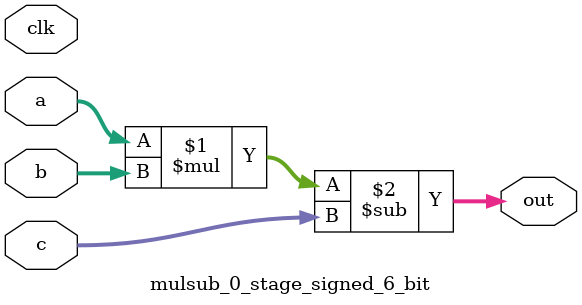
<source format=sv>
(* use_dsp = "yes" *) module mulsub_0_stage_signed_6_bit(
	input signed [5:0] a,
	input signed [5:0] b,
	input signed [5:0] c,
	output [5:0] out,
	input clk);

	assign out = (a * b) - c;
endmodule

</source>
